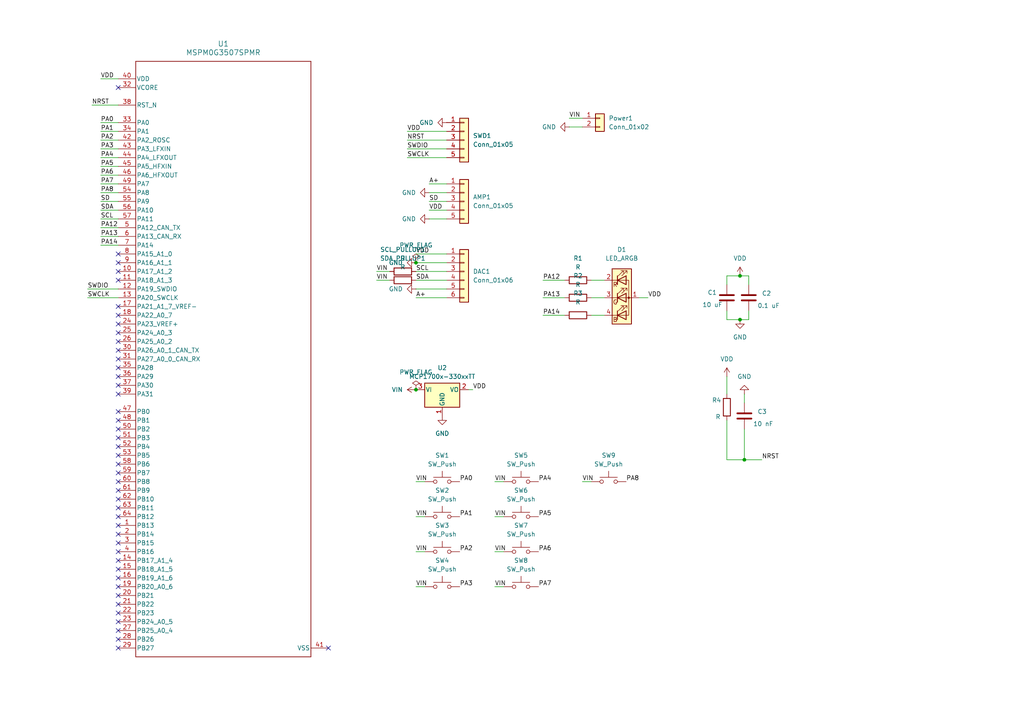
<source format=kicad_sch>
(kicad_sch (version 20231120) (generator "eeschema") (generator_version "8.0")
  (paper "A4")
  (lib_symbols
    (symbol "Connector_Generic:Conn_01x02" (pin_names (offset 1.016) hide)
      (property "Reference" "J" (at 0 2.54 0))
      (property "Value" "Conn_01x02" (at 0 -5.08 0))
      (symbol "Conn_01x02_1_1"
        (rectangle (start -1.27 -2.413) (end 0 -2.667) (stroke (width 0.1524)))
        (rectangle (start -1.27 0.127) (end 0 -0.127) (stroke (width 0.1524)))
        (rectangle (start -1.27 1.27) (end 1.27 -3.81) (stroke (width 0.254)) (fill (type background)))
        (pin passive line (at -5.08 0 0) (length 3.81) (name "Pin_1") (number "1"))
        (pin passive line (at -5.08 -2.54 0) (length 3.81) (name "Pin_2") (number "2"))
      )
    )
    (symbol "Connector_Generic:Conn_01x05" (pin_names (offset 1.016) hide)
      (property "Reference" "J" (at 0 7.62 0))
      (property "Value" "Conn_01x05" (at 0 -7.62 0))
      (symbol "Conn_01x05_1_1"
        (rectangle (start -1.27 -4.953) (end 0 -5.207) (stroke (width 0.1524)))
        (rectangle (start -1.27 -2.413) (end 0 -2.667) (stroke (width 0.1524)))
        (rectangle (start -1.27 0.127) (end 0 -0.127) (stroke (width 0.1524)))
        (rectangle (start -1.27 2.667) (end 0 2.413) (stroke (width 0.1524)))
        (rectangle (start -1.27 5.207) (end 0 4.953) (stroke (width 0.1524)))
        (rectangle (start -1.27 6.35) (end 1.27 -6.35) (stroke (width 0.254)) (fill (type background)))
        (pin passive line (at -5.08 5.08 0) (length 3.81) (name "Pin_1") (number "1"))
        (pin passive line (at -5.08 2.54 0) (length 3.81) (name "Pin_2") (number "2"))
        (pin passive line (at -5.08 0 0) (length 3.81) (name "Pin_3") (number "3"))
        (pin passive line (at -5.08 -2.54 0) (length 3.81) (name "Pin_4") (number "4"))
        (pin passive line (at -5.08 -5.08 0) (length 3.81) (name "Pin_5") (number "5"))
      )
    )
    (symbol "Connector_Generic:Conn_01x06" (pin_names (offset 1.016) hide)
      (property "Reference" "J" (at 0 7.62 0))
      (property "Value" "Conn_01x06" (at 0 -10.16 0))
      (symbol "Conn_01x06_1_1"
        (rectangle (start -1.27 -7.493) (end 0 -7.747) (stroke (width 0.1524)))
        (rectangle (start -1.27 -4.953) (end 0 -5.207) (stroke (width 0.1524)))
        (rectangle (start -1.27 -2.413) (end 0 -2.667) (stroke (width 0.1524)))
        (rectangle (start -1.27 0.127) (end 0 -0.127) (stroke (width 0.1524)))
        (rectangle (start -1.27 2.667) (end 0 2.413) (stroke (width 0.1524)))
        (rectangle (start -1.27 5.207) (end 0 4.953) (stroke (width 0.1524)))
        (rectangle (start -1.27 6.35) (end 1.27 -8.89) (stroke (width 0.254)) (fill (type background)))
        (pin passive line (at -5.08 5.08 0) (length 3.81) (name "Pin_1") (number "1"))
        (pin passive line (at -5.08 2.54 0) (length 3.81) (name "Pin_2") (number "2"))
        (pin passive line (at -5.08 0 0) (length 3.81) (name "Pin_3") (number "3"))
        (pin passive line (at -5.08 -2.54 0) (length 3.81) (name "Pin_4") (number "4"))
        (pin passive line (at -5.08 -5.08 0) (length 3.81) (name "Pin_5") (number "5"))
        (pin passive line (at -5.08 -7.62 0) (length 3.81) (name "Pin_6") (number "6"))
      )
    )
    (symbol "Device:C" (pin_numbers hide) (pin_names (offset 0.254))
      (property "Reference" "C" (at 0.635 2.54 0))
      (property "Value" "C" (at 0.635 -2.54 0))
      (symbol "C_0_1"
        (polyline (pts (xy -2.032 -0.762) (xy 2.032 -0.762)) (stroke (width 0.508)))
        (polyline (pts (xy -2.032 0.762) (xy 2.032 0.762)) (stroke (width 0.508)))
      )
      (symbol "C_1_1"
        (pin passive line (at 0 3.81 270) (length 2.794) (name "~") (number "1"))
        (pin passive line (at 0 -3.81 90) (length 2.794) (name "~") (number "2"))
      )
    )
    (symbol "Device:LED_ARGB" (pin_names (offset 0) hide)
      (property "Reference" "D" (at 0 9.398 0))
      (property "Value" "LED_ARGB" (at 0 -8.89 0))
      (symbol "LED_ARGB_0_0"
        (text "B" (at -1.905 -6.35 0) (effects (font (size 1.27 1.27))))
        (text "G" (at -1.905 -1.27 0) (effects (font (size 1.27 1.27))))
        (text "R" (at -1.905 3.81 0) (effects (font (size 1.27 1.27))))
      )
      (symbol "LED_ARGB_0_1"
        (polyline (pts (xy -1.27 -5.08) (xy -2.54 -5.08)))
        (polyline (pts (xy -1.27 -5.08) (xy 1.27 -5.08)))
        (polyline (pts (xy -1.27 -3.81) (xy -1.27 -6.35)) (stroke (width 0.254)))
        (polyline (pts (xy -1.27 0) (xy -2.54 0)))
        (polyline (pts (xy -1.27 1.27) (xy -1.27 -1.27)) (stroke (width 0.254)))
        (polyline (pts (xy -1.27 5.08) (xy -2.54 5.08)))
        (polyline (pts (xy -1.27 5.08) (xy 1.27 5.08)))
        (polyline (pts (xy -1.27 6.35) (xy -1.27 3.81)) (stroke (width 0.254)))
        (polyline (pts (xy 1.27 0) (xy -1.27 0)))
        (polyline (pts (xy 1.27 0) (xy 2.54 0)))
        (polyline (pts (xy -1.27 1.27) (xy -1.27 -1.27) (xy -1.27 -1.27)))
        (polyline (pts (xy -1.27 6.35) (xy -1.27 3.81) (xy -1.27 3.81)))
        (polyline (pts (xy 1.27 -5.08) (xy 2.032 -5.08) (xy 2.032 5.08) (xy 1.27 5.08)))
        (polyline (pts (xy 1.27 -3.81) (xy 1.27 -6.35) (xy -1.27 -5.08) (xy 1.27 -3.81)) (stroke (width 0.254)))
        (polyline (pts (xy 1.27 1.27) (xy 1.27 -1.27) (xy -1.27 0) (xy 1.27 1.27)) (stroke (width 0.254)))
        (polyline (pts (xy 1.27 6.35) (xy 1.27 3.81) (xy -1.27 5.08) (xy 1.27 6.35)) (stroke (width 0.254)))
        (polyline (pts (xy -1.016 -3.81) (xy 0.508 -2.286) (xy -0.254 -2.286) (xy 0.508 -2.286) (xy 0.508 -3.048)))
        (polyline (pts (xy -1.016 1.27) (xy 0.508 2.794) (xy -0.254 2.794) (xy 0.508 2.794) (xy 0.508 2.032)))
        (polyline (pts (xy -1.016 6.35) (xy 0.508 7.874) (xy -0.254 7.874) (xy 0.508 7.874) (xy 0.508 7.112)))
        (polyline (pts (xy 0 -3.81) (xy 1.524 -2.286) (xy 0.762 -2.286) (xy 1.524 -2.286) (xy 1.524 -3.048)))
        (polyline (pts (xy 0 1.27) (xy 1.524 2.794) (xy 0.762 2.794) (xy 1.524 2.794) (xy 1.524 2.032)))
        (polyline (pts (xy 0 6.35) (xy 1.524 7.874) (xy 0.762 7.874) (xy 1.524 7.874) (xy 1.524 7.112)))
        (rectangle (start 1.27 -1.27) (end 1.27 1.27))
        (rectangle (start 1.27 1.27) (end 1.27 1.27))
        (rectangle (start 1.27 3.81) (end 1.27 6.35))
        (rectangle (start 1.27 6.35) (end 1.27 6.35))
        (circle (center 2.032 0) (radius 0.254) (fill (type outline)))
        (rectangle (start 2.794 8.382) (end -2.794 -7.62) (stroke (width 0.254)) (fill (type background)))
      )
      (symbol "LED_ARGB_1_1"
        (pin passive line (at 5.08 0 180) (length 2.54) (name "A") (number "1"))
        (pin passive line (at -5.08 5.08 0) (length 2.54) (name "RK") (number "2"))
        (pin passive line (at -5.08 0 0) (length 2.54) (name "GK") (number "3"))
        (pin passive line (at -5.08 -5.08 0) (length 2.54) (name "BK") (number "4"))
      )
    )
    (symbol "Device:R" (pin_numbers hide) (pin_names (offset 0))
      (property "Reference" "R" (at 2.032 0 90))
      (property "Value" "R" (at 0 0 90))
      (symbol "R_0_1"
        (rectangle (start -1.016 -2.54) (end 1.016 2.54) (stroke (width 0.254)))
      )
      (symbol "R_1_1"
        (pin passive line (at 0 3.81 270) (length 1.27) (name "~") (number "1"))
        (pin passive line (at 0 -3.81 90) (length 1.27) (name "~") (number "2"))
      )
    )
    (symbol "Regulator_Linear:MCP1700x-330xxTT" (pin_names (offset 0.254))
      (property "Reference" "U" (at -3.81 3.175 0))
      (property "Value" "MCP1700x-330xxTT" (at 0 3.175 0))
      (symbol "MCP1700x-330xxTT_0_1"
        (rectangle (start -5.08 1.905) (end 5.08 -5.08) (stroke (width 0.254)) (fill (type background)))
      )
      (symbol "MCP1700x-330xxTT_1_1"
        (pin power_in line (at 0 -7.62 90) (length 2.54) (name "GND") (number "1"))
        (pin power_out line (at 7.62 0 180) (length 2.54) (name "VO") (number "2"))
        (pin power_in line (at -7.62 0 0) (length 2.54) (name "VI") (number "3"))
      )
    )
    (symbol "Switch:SW_Push" (pin_numbers hide) (pin_names (offset 1.016) hide)
      (property "Reference" "SW" (at 1.27 2.54 0))
      (property "Value" "SW_Push" (at 0 -1.524 0))
      (symbol "SW_Push_0_1"
        (circle (center -2.032 0) (radius 0.508))
        (polyline (pts (xy 0 1.27) (xy 0 3.048)))
        (polyline (pts (xy 2.54 1.27) (xy -2.54 1.27)))
        (circle (center 2.032 0) (radius 0.508))
        (pin passive line (at -5.08 0 0) (length 2.54) (name "1") (number "1"))
        (pin passive line (at 5.08 0 180) (length 2.54) (name "2") (number "2"))
      )
    )
    (symbol "mspm0:MSPM0G3507SPMR" (pin_names (offset 0.254))
      (property "Reference" "U" (at 0 2.54 0))
      (property "Value" "MSPM0G3507SPMR" (at 0 0 0))
      (symbol "MSPM0G3507SPMR_0_1"
        (polyline (pts (xy 5.08 -167.64) (xy 55.88 -167.64)) (stroke (width 0.2032)))
        (polyline (pts (xy 5.08 5.08) (xy 5.08 -167.64)) (stroke (width 0.2032)))
        (polyline (pts (xy 55.88 -167.64) (xy 55.88 5.08)) (stroke (width 0.2032)))
        (polyline (pts (xy 55.88 5.08) (xy 5.08 5.08)) (stroke (width 0.2032)))
        (pin bidirectional line (at 0 -129.54 0) (length 5.08) (name "PB13") (number "1"))
        (pin bidirectional line (at 0 -55.88 0) (length 5.08) (name "PA17_A1_2") (number "10"))
        (pin bidirectional line (at 0 -58.42 0) (length 5.08) (name "PA18_A1_3") (number "11"))
        (pin bidirectional line (at 0 -60.96 0) (length 5.08) (name "PA19_SWDIO") (number "12"))
        (pin bidirectional line (at 0 -63.5 0) (length 5.08) (name "PA20_SWCLK") (number "13"))
        (pin bidirectional line (at 0 -139.7 0) (length 5.08) (name "PB17_A1_4") (number "14"))
        (pin bidirectional line (at 0 -142.24 0) (length 5.08) (name "PB18_A1_5") (number "15"))
        (pin bidirectional line (at 0 -144.78 0) (length 5.08) (name "PB19_A1_6") (number "16"))
        (pin bidirectional line (at 0 -66.04 0) (length 5.08) (name "PA21_A1_7_VREF-") (number "17"))
        (pin bidirectional line (at 0 -68.58 0) (length 5.08) (name "PA22_A0_7") (number "18"))
        (pin bidirectional line (at 0 -147.32 0) (length 5.08) (name "PB20_A0_6") (number "19"))
        (pin bidirectional line (at 0 -132.08 0) (length 5.08) (name "PB14") (number "2"))
        (pin bidirectional line (at 0 -149.86 0) (length 5.08) (name "PB21") (number "20"))
        (pin bidirectional line (at 0 -152.4 0) (length 5.08) (name "PB22") (number "21"))
        (pin bidirectional line (at 0 -154.94 0) (length 5.08) (name "PB23") (number "22"))
        (pin bidirectional line (at 0 -157.48 0) (length 5.08) (name "PB24_A0_5") (number "23"))
        (pin bidirectional line (at 0 -71.12 0) (length 5.08) (name "PA23_VREF+") (number "24"))
        (pin bidirectional line (at 0 -73.66 0) (length 5.08) (name "PA24_A0_3") (number "25"))
        (pin bidirectional line (at 0 -76.2 0) (length 5.08) (name "PA25_A0_2") (number "26"))
        (pin bidirectional line (at 0 -160.02 0) (length 5.08) (name "PB25_A0_4") (number "27"))
        (pin bidirectional line (at 0 -162.56 0) (length 5.08) (name "PB26") (number "28"))
        (pin bidirectional line (at 0 -165.1 0) (length 5.08) (name "PB27") (number "29"))
        (pin bidirectional line (at 0 -134.62 0) (length 5.08) (name "PB15") (number "3"))
        (pin bidirectional line (at 0 -78.74 0) (length 5.08) (name "PA26_A0_1_CAN_TX") (number "30"))
        (pin bidirectional line (at 0 -81.28 0) (length 5.08) (name "PA27_A0_0_CAN_RX") (number "31"))
        (pin power_in line (at 0 -2.54 0) (length 5.08) (name "VCORE") (number "32"))
        (pin bidirectional line (at 0 -12.7 0) (length 5.08) (name "PA0") (number "33"))
        (pin bidirectional line (at 0 -15.24 0) (length 5.08) (name "PA1") (number "34"))
        (pin bidirectional line (at 0 -83.82 0) (length 5.08) (name "PA28") (number "35"))
        (pin bidirectional line (at 0 -86.36 0) (length 5.08) (name "PA29") (number "36"))
        (pin bidirectional line (at 0 -88.9 0) (length 5.08) (name "PA30") (number "37"))
        (pin input line (at 0 -7.62 0) (length 5.08) (name "RST_N") (number "38"))
        (pin bidirectional line (at 0 -91.44 0) (length 5.08) (name "PA31") (number "39"))
        (pin bidirectional line (at 0 -137.16 0) (length 5.08) (name "PB16") (number "4"))
        (pin power_in line (at 0 0 0) (length 5.08) (name "VDD") (number "40"))
        (pin power_in line (at 60.96 -165.1 180) (length 5.08) (name "VSS") (number "41"))
        (pin bidirectional line (at 0 -17.78 0) (length 5.08) (name "PA2_ROSC") (number "42"))
        (pin bidirectional line (at 0 -20.32 0) (length 5.08) (name "PA3_LFXIN") (number "43"))
        (pin bidirectional line (at 0 -22.86 0) (length 5.08) (name "PA4_LFXOUT") (number "44"))
        (pin bidirectional line (at 0 -25.4 0) (length 5.08) (name "PA5_HFXIN") (number "45"))
        (pin bidirectional line (at 0 -27.94 0) (length 5.08) (name "PA6_HFXOUT") (number "46"))
        (pin bidirectional line (at 0 -96.52 0) (length 5.08) (name "PB0") (number "47"))
        (pin bidirectional line (at 0 -99.06 0) (length 5.08) (name "PB1") (number "48"))
        (pin bidirectional line (at 0 -30.48 0) (length 5.08) (name "PA7") (number "49"))
        (pin bidirectional line (at 0 -43.18 0) (length 5.08) (name "PA12_CAN_TX") (number "5"))
        (pin bidirectional line (at 0 -101.6 0) (length 5.08) (name "PB2") (number "50"))
        (pin bidirectional line (at 0 -104.14 0) (length 5.08) (name "PB3") (number "51"))
        (pin bidirectional line (at 0 -106.68 0) (length 5.08) (name "PB4") (number "52"))
        (pin bidirectional line (at 0 -109.22 0) (length 5.08) (name "PB5") (number "53"))
        (pin bidirectional line (at 0 -33.02 0) (length 5.08) (name "PA8") (number "54"))
        (pin bidirectional line (at 0 -35.56 0) (length 5.08) (name "PA9") (number "55"))
        (pin bidirectional line (at 0 -38.1 0) (length 5.08) (name "PA10") (number "56"))
        (pin bidirectional line (at 0 -40.64 0) (length 5.08) (name "PA11") (number "57"))
        (pin bidirectional line (at 0 -111.76 0) (length 5.08) (name "PB6") (number "58"))
        (pin bidirectional line (at 0 -114.3 0) (length 5.08) (name "PB7") (number "59"))
        (pin bidirectional line (at 0 -45.72 0) (length 5.08) (name "PA13_CAN_RX") (number "6"))
        (pin bidirectional line (at 0 -116.84 0) (length 5.08) (name "PB8") (number "60"))
        (pin bidirectional line (at 0 -119.38 0) (length 5.08) (name "PB9") (number "61"))
        (pin bidirectional line (at 0 -121.92 0) (length 5.08) (name "PB10") (number "62"))
        (pin bidirectional line (at 0 -124.46 0) (length 5.08) (name "PB11") (number "63"))
        (pin bidirectional line (at 0 -127 0) (length 5.08) (name "PB12") (number "64"))
        (pin bidirectional line (at 0 -48.26 0) (length 5.08) (name "PA14") (number "7"))
        (pin bidirectional line (at 0 -50.8 0) (length 5.08) (name "PA15_A1_0") (number "8"))
        (pin bidirectional line (at 0 -53.34 0) (length 5.08) (name "PA16_A1_1") (number "9"))
      )
    )
    (symbol "power:GND" (power) (pin_numbers hide) (pin_names (offset 0) hide)
      (property "Value" "GND" (at 0 -3.81 0))
      (symbol "GND_0_1"
        (polyline (pts (xy 0 0) (xy 0 -1.27) (xy 1.27 -1.27) (xy 0 -2.54) (xy -1.27 -1.27) (xy 0 -1.27)))
      )
      (symbol "GND_1_1"
        (pin power_in line (at 0 0 270) (length 0) (name "~") (number "1"))
      )
    )
    (symbol "power:PWR_FLAG" (power) (pin_numbers hide) (pin_names (offset 0) hide)
      (property "Value" "PWR_FLAG" (at 0 3.81 0))
      (symbol "PWR_FLAG_0_0"
        (pin power_out line (at 0 0 90) (length 0) (name "~") (number "1"))
      )
      (symbol "PWR_FLAG_0_1"
        (polyline (pts (xy 0 0) (xy 0 1.27) (xy -1.016 1.905) (xy 0 2.54) (xy 1.016 1.905) (xy 0 1.27)))
      )
    )
    (symbol "power:VCC" (power) (pin_numbers hide) (pin_names (offset 0) hide)
      (property "Value" "VCC" (at 0 3.556 0))
      (symbol "VCC_0_1"
        (polyline (pts (xy -0.762 1.27) (xy 0 2.54)))
        (polyline (pts (xy 0 0) (xy 0 2.54)))
        (polyline (pts (xy 0 2.54) (xy 0.762 1.27)))
      )
      (symbol "VCC_1_1"
        (pin power_in line (at 0 0 90) (length 0) (name "~") (number "1"))
      )
    )
  )
  (junction (at 214.63 92.71))
  (junction (at 120.65 76.2))
  (junction (at 214.63 80.01))
  (junction (at 215.9 133.35))
  (junction (at 120.65 113.03))
  (no_connect (at 34.29 139.7))
  (no_connect (at 34.29 101.6))
  (no_connect (at 34.29 142.24))
  (no_connect (at 34.29 88.9))
  (no_connect (at 34.29 119.38))
  (no_connect (at 34.29 177.8))
  (no_connect (at 34.29 73.66))
  (no_connect (at 34.29 25.4))
  (no_connect (at 34.29 152.4))
  (no_connect (at 34.29 137.16))
  (no_connect (at 34.29 175.26))
  (no_connect (at 34.29 132.08))
  (no_connect (at 34.29 157.48))
  (no_connect (at 34.29 170.18))
  (no_connect (at 34.29 165.1))
  (no_connect (at 34.29 96.52))
  (no_connect (at 34.29 111.76))
  (no_connect (at 34.29 182.88))
  (no_connect (at 34.29 99.06))
  (no_connect (at 34.29 162.56))
  (no_connect (at 34.29 91.44))
  (no_connect (at 34.29 81.28))
  (no_connect (at 34.29 172.72))
  (no_connect (at 34.29 185.42))
  (no_connect (at 34.29 149.86))
  (no_connect (at 34.29 93.98))
  (no_connect (at 34.29 129.54))
  (no_connect (at 34.29 106.68))
  (no_connect (at 34.29 134.62))
  (no_connect (at 34.29 104.14))
  (no_connect (at 34.29 76.2))
  (no_connect (at 34.29 114.3))
  (no_connect (at 34.29 144.78))
  (no_connect (at 34.29 167.64))
  (no_connect (at 34.29 124.46))
  (no_connect (at 34.29 180.34))
  (no_connect (at 34.29 78.74))
  (no_connect (at 34.29 109.22))
  (no_connect (at 34.29 127))
  (no_connect (at 34.29 160.02))
  (no_connect (at 95.25 187.96))
  (no_connect (at 34.29 187.96))
  (no_connect (at 34.29 154.94))
  (no_connect (at 34.29 147.32))
  (no_connect (at 34.29 121.92))
  (wire (pts (xy 25.4 83.82) (xy 34.29 83.82)))
  (wire (pts (xy 29.21 55.88) (xy 34.29 55.88)))
  (wire (pts (xy 210.82 90.17) (xy 210.82 92.71)))
  (wire (pts (xy 168.91 139.7) (xy 171.45 139.7)))
  (wire (pts (xy 120.65 73.66) (xy 129.54 73.66)))
  (wire (pts (xy 120.65 83.82) (xy 129.54 83.82)))
  (wire (pts (xy 120.65 86.36) (xy 129.54 86.36)))
  (wire (pts (xy 29.21 48.26) (xy 34.29 48.26)))
  (wire (pts (xy 118.11 45.72) (xy 129.54 45.72)))
  (wire (pts (xy 29.21 22.86) (xy 34.29 22.86)))
  (wire (pts (xy 165.1 36.83) (xy 168.91 36.83)))
  (wire (pts (xy 210.82 121.92) (xy 210.82 133.35)))
  (wire (pts (xy 120.65 160.02) (xy 123.19 160.02)))
  (wire (pts (xy 124.46 63.5) (xy 129.54 63.5)))
  (wire (pts (xy 171.45 81.28) (xy 175.26 81.28)))
  (wire (pts (xy 157.48 81.28) (xy 163.83 81.28)))
  (wire (pts (xy 29.21 68.58) (xy 34.29 68.58)))
  (wire (pts (xy 29.21 50.8) (xy 34.29 50.8)))
  (wire (pts (xy 29.21 43.18) (xy 34.29 43.18)))
  (wire (pts (xy 187.96 86.36) (xy 185.42 86.36)))
  (wire (pts (xy 210.82 80.01) (xy 214.63 80.01)))
  (wire (pts (xy 29.21 60.96) (xy 34.29 60.96)))
  (wire (pts (xy 120.65 76.2) (xy 129.54 76.2)))
  (wire (pts (xy 210.82 92.71) (xy 214.63 92.71)))
  (wire (pts (xy 215.9 133.35) (xy 220.98 133.35)))
  (wire (pts (xy 109.22 81.28) (xy 113.03 81.28)))
  (wire (pts (xy 137.16 113.03) (xy 135.89 113.03)))
  (wire (pts (xy 118.11 43.18) (xy 129.54 43.18)))
  (wire (pts (xy 214.63 80.01) (xy 217.17 80.01)))
  (wire (pts (xy 29.21 38.1) (xy 34.29 38.1)))
  (wire (pts (xy 214.63 92.71) (xy 217.17 92.71)))
  (wire (pts (xy 143.51 170.18) (xy 146.05 170.18)))
  (wire (pts (xy 157.48 86.36) (xy 163.83 86.36)))
  (wire (pts (xy 124.46 53.34) (xy 129.54 53.34)))
  (wire (pts (xy 120.65 170.18) (xy 123.19 170.18)))
  (wire (pts (xy 120.65 81.28) (xy 129.54 81.28)))
  (wire (pts (xy 210.82 80.01) (xy 210.82 82.55)))
  (wire (pts (xy 124.46 60.96) (xy 129.54 60.96)))
  (wire (pts (xy 171.45 91.44) (xy 175.26 91.44)))
  (wire (pts (xy 29.21 63.5) (xy 34.29 63.5)))
  (wire (pts (xy 157.48 91.44) (xy 163.83 91.44)))
  (wire (pts (xy 29.21 58.42) (xy 34.29 58.42)))
  (wire (pts (xy 29.21 71.12) (xy 34.29 71.12)))
  (wire (pts (xy 26.67 30.48) (xy 34.29 30.48)))
  (wire (pts (xy 165.1 34.29) (xy 168.91 34.29)))
  (wire (pts (xy 29.21 66.04) (xy 34.29 66.04)))
  (wire (pts (xy 143.51 139.7) (xy 146.05 139.7)))
  (wire (pts (xy 171.45 86.36) (xy 175.26 86.36)))
  (wire (pts (xy 29.21 40.64) (xy 34.29 40.64)))
  (wire (pts (xy 124.46 58.42) (xy 129.54 58.42)))
  (wire (pts (xy 29.21 35.56) (xy 34.29 35.56)))
  (wire (pts (xy 120.65 139.7) (xy 123.19 139.7)))
  (wire (pts (xy 118.11 38.1) (xy 129.54 38.1)))
  (wire (pts (xy 120.65 78.74) (xy 129.54 78.74)))
  (wire (pts (xy 109.22 78.74) (xy 113.03 78.74)))
  (wire (pts (xy 215.9 116.84) (xy 215.9 114.3)))
  (wire (pts (xy 210.82 133.35) (xy 215.9 133.35)))
  (wire (pts (xy 210.82 109.22) (xy 210.82 114.3)))
  (wire (pts (xy 143.51 149.86) (xy 146.05 149.86)))
  (wire (pts (xy 217.17 90.17) (xy 217.17 92.71)))
  (wire (pts (xy 29.21 45.72) (xy 34.29 45.72)))
  (wire (pts (xy 217.17 80.01) (xy 217.17 82.55)))
  (wire (pts (xy 120.65 149.86) (xy 123.19 149.86)))
  (wire (pts (xy 215.9 124.46) (xy 215.9 133.35)))
  (wire (pts (xy 118.11 40.64) (xy 129.54 40.64)))
  (wire (pts (xy 124.46 55.88) (xy 129.54 55.88)))
  (wire (pts (xy 143.51 160.02) (xy 146.05 160.02)))
  (wire (pts (xy 25.4 86.36) (xy 34.29 86.36)))
  (wire (pts (xy 29.21 53.34) (xy 34.29 53.34)))
  (label "SCL" (at 29.21 63.5 0))
  (label "VIN" (at 168.91 139.7 0))
  (label "VIN" (at 109.22 81.28 0))
  (label "VDD" (at 124.46 60.96 0))
  (label "PA14" (at 157.48 91.44 0))
  (label "VDD" (at 118.11 38.1 0))
  (label "SD" (at 124.46 58.42 0))
  (label "PA12" (at 157.48 81.28 0))
  (label "PA6" (at 29.21 50.8 0))
  (label "SDA" (at 120.65 81.28 0))
  (label "VIN" (at 143.51 160.02 0))
  (label "VDD" (at 187.96 86.36 0))
  (label "VIN" (at 143.51 149.86 0))
  (label "VIN" (at 143.51 139.7 0))
  (label "SDA" (at 29.21 60.96 0))
  (label "PA3" (at 29.21 43.18 0))
  (label "VDD" (at 137.16 113.03 0))
  (label "PA4" (at 29.21 45.72 0))
  (label "SWCLK" (at 25.4 86.36 0))
  (label "PA8" (at 181.61 139.7 0))
  (label "VIN" (at 120.65 149.86 0))
  (label "PA8" (at 29.21 55.88 0))
  (label "SWDIO" (at 118.11 43.18 0))
  (label "PA7" (at 156.21 170.18 0))
  (label "PA2" (at 29.21 40.64 0))
  (label "SWDIO" (at 25.4 83.82 0))
  (label "PA0" (at 133.35 139.7 0))
  (label "SD" (at 29.21 58.42 0))
  (label "PA5" (at 156.21 149.86 0))
  (label "A+" (at 120.65 86.36 0))
  (label "NRST" (at 220.98 133.35 0))
  (label "PA6" (at 156.21 160.02 0))
  (label "VIN" (at 120.65 170.18 0))
  (label "VIN" (at 165.1 34.29 0))
  (label "SCL" (at 120.65 78.74 0))
  (label "VIN" (at 120.65 139.7 0))
  (label "PA0" (at 29.21 35.56 0))
  (label "PA3" (at 133.35 170.18 0))
  (label "NRST" (at 26.67 30.48 0))
  (label "SWCLK" (at 118.11 45.72 0))
  (label "VDD" (at 120.65 73.66 0))
  (label "PA12" (at 29.21 66.04 0))
  (label "PA4" (at 156.21 139.7 0))
  (label "PA13" (at 29.21 68.58 0))
  (label "PA13" (at 157.48 86.36 0))
  (label "VIN" (at 120.65 160.02 0))
  (label "PA2" (at 133.35 160.02 0))
  (label "VDD" (at 29.21 22.86 0))
  (label "PA1" (at 133.35 149.86 0))
  (label "A+" (at 124.46 53.34 0))
  (label "VIN" (at 143.51 170.18 0))
  (label "VIN" (at 109.22 78.74 0))
  (label "PA1" (at 29.21 38.1 0))
  (label "PA14" (at 29.21 71.12 0))
  (label "NRST" (at 118.11 40.64 0))
  (label "PA7" (at 29.21 53.34 0))
  (label "PA5" (at 29.21 48.26 0))
  (symbol (lib_id "power:GND") (at 124.46 63.5 270) (unit 1)
    (property "Reference" "#PWR06" (effects (hide yes)))
    (property "Value" "GND" (at 120.65 63.4999 90) (effects (justify right)))
    (property "Description" "Power symbol creates a global label with name \"GND\" , ground" (effects (hide yes)))
  )
  (symbol (lib_id "power:PWR_FLAG") (at 120.65 76.2 0) (unit 1)
    (property "Reference" "#FLG01" (effects (hide yes)))
    (property "Value" "PWR_FLAG" (at 120.65 71.12 0))
    (property "Description" "Special symbol for telling ERC where power comes from" (effects (hide yes)))
  )
  (symbol (lib_id "Switch:SW_Push") (at 176.53 139.7 0) (unit 1)
    (property "Reference" "SW9" (at 176.53 132.08 0))
    (property "Value" "SW_Push" (at 176.53 134.62 0))
    (property "Footprint" "Button_Switch_THT:SW_PUSH_6mm_H5mm" (effects (hide yes)))
    (property "Description" "Push button switch, generic, two pins" (effects (hide yes)))
  )
  (symbol (lib_id "Device:C") (at 217.17 86.36 0) (unit 1)
    (property "Reference" "C2" (at 220.98 85.0899 0) (effects (justify left)))
    (property "Value" "0.1 uF" (at 219.71 88.646 0) (effects (justify left)))
    (property "Footprint" "Capacitor_SMD:C_0805_2012Metric_Pad1.18x1.45mm_HandSolder" (effects (hide yes)))
    (property "Description" "Unpolarized capacitor" (effects (hide yes)))
  )
  (symbol (lib_id "power:VCC") (at 210.82 109.22 0) (unit 1)
    (property "Reference" "#PWR010" (effects (hide yes)))
    (property "Value" "VDD" (at 210.82 104.14 0))
    (property "Description" "Power symbol creates a global label with name \"VCC\"" (effects (hide yes)))
  )
  (symbol (lib_id "power:GND") (at 214.63 92.71 0) (unit 1)
    (property "Reference" "#PWR09" (effects (hide yes)))
    (property "Value" "GND" (at 214.63 97.79 0))
    (property "Description" "Power symbol creates a global label with name \"GND\" , ground" (effects (hide yes)))
  )
  (symbol (lib_id "Connector_Generic:Conn_01x06") (at 134.62 78.74 0) (unit 1)
    (property "Reference" "DAC1" (at 137.16 78.7399 0) (effects (justify left)))
    (property "Value" "Conn_01x06" (at 137.16 81.2799 0) (effects (justify left)))
    (property "Footprint" "Connector_PinHeader_2.54mm:PinHeader_1x06_P2.54mm_Horizontal" (effects (hide yes)))
    (property "Description" "Generic connector, single row, 01x06, script generated (kicad-library-utils/schlib/autogen/connector/)" (effects (hide yes)))
  )
  (symbol (lib_id "Device:R") (at 210.82 118.11 0) (unit 1)
    (property "Reference" "R4" (at 206.502 116.078 0) (effects (justify left)))
    (property "Value" "R" (at 207.518 120.904 0) (effects (justify left)))
    (property "Footprint" "Resistor_SMD:R_0805_2012Metric_Pad1.20x1.40mm_HandSolder" (effects (hide yes)))
    (property "Description" "Resistor" (effects (hide yes)))
  )
  (symbol (lib_id "Device:R") (at 167.64 86.36 270) (unit 1)
    (property "Reference" "R2" (at 167.64 80.01 90))
    (property "Value" "R" (at 167.64 82.55 90))
    (property "Footprint" "Resistor_SMD:R_0805_2012Metric_Pad1.20x1.40mm_HandSolder" (effects (hide yes)))
    (property "Description" "Resistor" (effects (hide yes)))
  )
  (symbol (lib_id "Switch:SW_Push") (at 151.13 170.18 0) (unit 1)
    (property "Reference" "SW8" (at 151.13 162.56 0))
    (property "Value" "SW_Push" (at 151.13 165.1 0))
    (property "Footprint" "Button_Switch_THT:SW_PUSH_6mm_H5mm" (effects (hide yes)))
    (property "Description" "Push button switch, generic, two pins" (effects (hide yes)))
  )
  (symbol (lib_id "Connector_Generic:Conn_01x02") (at 173.99 34.29 0) (unit 1)
    (property "Reference" "Power1" (at 176.53 34.2899 0) (effects (justify left)))
    (property "Value" "Conn_01x02" (at 176.53 36.8299 0) (effects (justify left)))
    (property "Footprint" "Connector_PinHeader_2.54mm:PinHeader_1x02_P2.54mm_Horizontal" (effects (hide yes)))
    (property "Description" "Generic connector, single row, 01x02, script generated (kicad-library-utils/schlib/autogen/connector/)" (effects (hide yes)))
  )
  (symbol (lib_id "power:GND") (at 129.54 35.56 270) (unit 1)
    (property "Reference" "#PWR07" (effects (hide yes)))
    (property "Value" "GND" (at 125.73 35.5599 90) (effects (justify right)))
    (property "Description" "Power symbol creates a global label with name \"GND\" , ground" (effects (hide yes)))
  )
  (symbol (lib_id "Switch:SW_Push") (at 128.27 170.18 0) (unit 1)
    (property "Reference" "SW4" (at 128.27 162.56 0))
    (property "Value" "SW_Push" (at 128.27 165.1 0))
    (property "Footprint" "Button_Switch_THT:SW_PUSH_6mm_H5mm" (effects (hide yes)))
    (property "Description" "Push button switch, generic, two pins" (effects (hide yes)))
  )
  (symbol (lib_id "power:GND") (at 120.65 83.82 270) (unit 1)
    (property "Reference" "#PWR05" (effects (hide yes)))
    (property "Value" "GND" (at 116.84 83.8199 90) (effects (justify right)))
    (property "Description" "Power symbol creates a global label with name \"GND\" , ground" (effects (hide yes)))
  )
  (symbol (lib_id "Switch:SW_Push") (at 151.13 139.7 0) (unit 1)
    (property "Reference" "SW5" (at 151.13 132.08 0))
    (property "Value" "SW_Push" (at 151.13 134.62 0))
    (property "Footprint" "Button_Switch_THT:SW_PUSH_6mm_H5mm" (effects (hide yes)))
    (property "Description" "Push button switch, generic, two pins" (effects (hide yes)))
  )
  (symbol (lib_id "Device:R") (at 167.64 81.28 270) (unit 1)
    (property "Reference" "R1" (at 167.64 74.93 90))
    (property "Value" "R" (at 167.64 77.47 90))
    (property "Footprint" "Resistor_SMD:R_0805_2012Metric_Pad1.20x1.40mm_HandSolder" (effects (hide yes)))
    (property "Description" "Resistor" (effects (hide yes)))
  )
  (symbol (lib_id "Switch:SW_Push") (at 128.27 139.7 0) (unit 1)
    (property "Reference" "SW1" (at 128.27 132.08 0))
    (property "Value" "SW_Push" (at 128.27 134.62 0))
    (property "Footprint" "Button_Switch_THT:SW_PUSH_6mm_H5mm" (effects (hide yes)))
    (property "Description" "Push button switch, generic, two pins" (effects (hide yes)))
  )
  (symbol (lib_id "power:GND") (at 120.65 76.2 270) (unit 1)
    (property "Reference" "#PWR01" (effects (hide yes)))
    (property "Value" "GND" (at 116.84 76.1999 90) (effects (justify right)))
    (property "Description" "Power symbol creates a global label with name \"GND\" , ground" (effects (hide yes)))
  )
  (symbol (lib_id "Regulator_Linear:MCP1700x-330xxTT") (at 128.27 113.03 0) (unit 1)
    (property "Reference" "U2" (at 128.27 106.68 0))
    (property "Value" "MCP1700x-330xxTT" (at 128.27 109.22 0))
    (property "Footprint" "Package_TO_SOT_SMD:SOT-23" (effects (hide yes)))
    (property "Datasheet" "http://ww1.microchip.com/downloads/en/DeviceDoc/20001826D.pdf" (effects (hide yes)))
    (property "Description" "250mA Low Quiscent Current LDO, 3.3V output, SOT-23" (effects (hide yes)))
  )
  (symbol (lib_id "power:PWR_FLAG") (at 120.65 113.03 0) (unit 1)
    (property "Reference" "#FLG02" (effects (hide yes)))
    (property "Value" "PWR_FLAG" (at 120.65 107.95 0))
    (property "Description" "Special symbol for telling ERC where power comes from" (effects (hide yes)))
  )
  (symbol (lib_id "power:GND") (at 215.9 114.3 180) (unit 1)
    (property "Reference" "#PWR011" (effects (hide yes)))
    (property "Value" "GND" (at 215.9 109.22 0))
    (property "Description" "Power symbol creates a global label with name \"GND\" , ground" (effects (hide yes)))
  )
  (symbol (lib_id "Switch:SW_Push") (at 128.27 160.02 0) (unit 1)
    (property "Reference" "SW3" (at 128.27 152.4 0))
    (property "Value" "SW_Push" (at 128.27 154.94 0))
    (property "Footprint" "Button_Switch_THT:SW_PUSH_6mm_H5mm" (effects (hide yes)))
    (property "Description" "Push button switch, generic, two pins" (effects (hide yes)))
  )
  (symbol (lib_id "Device:LED_ARGB") (at 180.34 86.36 0) (unit 1)
    (property "Reference" "D1" (at 180.34 72.39 0))
    (property "Value" "LED_ARGB" (at 180.34 74.93 0))
    (property "Footprint" "LED_SMD:LED_RGB_1210" (effects (hide yes)))
    (property "Description" "RGB LED, anode/red/green/blue" (effects (hide yes)))
  )
  (symbol (lib_id "power:GND") (at 165.1 36.83 270) (unit 1)
    (property "Reference" "#PWR012" (effects (hide yes)))
    (property "Value" "GND" (at 161.29 36.8299 90) (effects (justify right)))
    (property "Description" "Power symbol creates a global label with name \"GND\" , ground" (effects (hide yes)))
  )
  (symbol (lib_id "mspm0:MSPM0G3507SPMR") (at 34.29 22.86 0) (unit 1)
    (property "Reference" "U1" (at 64.77 12.7 0) (effects (font (size 1.524 1.524))))
    (property "Value" "MSPM0G3507SPMR" (at 64.77 15.24 0) (effects (font (size 1.524 1.524))))
    (property "Footprint" "mspm0footprints:PM0064A-IPC_A" (effects (hide yes)))
    (property "Datasheet" "MSPM0G3507SPMR" (effects (hide yes)))
  )
  (symbol (lib_id "Connector_Generic:Conn_01x05") (at 134.62 58.42 0) (unit 1)
    (property "Reference" "AMP1" (at 137.16 57.1499 0) (effects (justify left)))
    (property "Value" "Conn_01x05" (at 137.16 59.6899 0) (effects (justify left)))
    (property "Footprint" "Connector_PinHeader_2.54mm:PinHeader_1x05_P2.54mm_Horizontal" (effects (hide yes)))
    (property "Description" "Generic connector, single row, 01x05, script generated (kicad-library-utils/schlib/autogen/connector/)" (effects (hide yes)))
  )
  (symbol (lib_id "Switch:SW_Push") (at 128.27 149.86 0) (unit 1)
    (property "Reference" "SW2" (at 128.27 142.24 0))
    (property "Value" "SW_Push" (at 128.27 144.78 0))
    (property "Footprint" "Button_Switch_THT:SW_PUSH_6mm_H5mm" (effects (hide yes)))
    (property "Description" "Push button switch, generic, two pins" (effects (hide yes)))
  )
  (symbol (lib_id "Device:R") (at 116.84 81.28 270) (unit 1)
    (property "Reference" "SDA_PULLUP1" (at 116.84 74.93 90))
    (property "Value" "R" (at 116.84 77.47 90))
    (property "Footprint" "Resistor_SMD:R_0805_2012Metric_Pad1.20x1.40mm_HandSolder" (effects (hide yes)))
    (property "Description" "Resistor" (effects (hide yes)))
  )
  (symbol (lib_id "Device:C") (at 210.82 86.36 0) (unit 1)
    (property "Reference" "C1" (at 205.232 84.836 0) (effects (justify left)))
    (property "Value" "10 uF" (at 203.708 88.392 0) (effects (justify left)))
    (property "Footprint" "Capacitor_SMD:C_1210_3225Metric_Pad1.33x2.70mm_HandSolder" (effects (hide yes)))
    (property "Description" "Unpolarized capacitor" (effects (hide yes)))
  )
  (symbol (lib_id "power:VCC") (at 120.65 113.03 90) (unit 1)
    (property "Reference" "#PWR02" (effects (hide yes)))
    (property "Value" "VIN" (at 116.84 113.0299 90) (effects (justify left)))
    (property "Description" "Power symbol creates a global label with name \"VCC\"" (effects (hide yes)))
  )
  (symbol (lib_id "Device:R") (at 167.64 91.44 270) (unit 1)
    (property "Reference" "R3" (at 167.64 85.09 90))
    (property "Value" "R" (at 167.64 87.63 90))
    (property "Footprint" "Resistor_SMD:R_0805_2012Metric_Pad1.20x1.40mm_HandSolder" (effects (hide yes)))
    (property "Description" "Resistor" (effects (hide yes)))
  )
  (symbol (lib_id "Switch:SW_Push") (at 151.13 149.86 0) (unit 1)
    (property "Reference" "SW6" (at 151.13 142.24 0))
    (property "Value" "SW_Push" (at 151.13 144.78 0))
    (property "Footprint" "Button_Switch_THT:SW_PUSH_6mm_H5mm" (effects (hide yes)))
    (property "Description" "Push button switch, generic, two pins" (effects (hide yes)))
  )
  (symbol (lib_id "Device:C") (at 215.9 120.65 0) (unit 1)
    (property "Reference" "C3" (at 219.71 119.3799 0) (effects (justify left)))
    (property "Value" "10 nF" (at 218.44 122.936 0) (effects (justify left)))
    (property "Footprint" "Capacitor_SMD:C_0805_2012Metric_Pad1.18x1.45mm_HandSolder" (effects (hide yes)))
    (property "Description" "Unpolarized capacitor" (effects (hide yes)))
  )
  (symbol (lib_id "power:GND") (at 124.46 55.88 270) (unit 1)
    (property "Reference" "#PWR04" (effects (hide yes)))
    (property "Value" "GND" (at 120.65 55.8799 90) (effects (justify right)))
    (property "Description" "Power symbol creates a global label with name \"GND\" , ground" (effects (hide yes)))
  )
  (symbol (lib_id "power:VCC") (at 214.63 80.01 0) (unit 1)
    (property "Reference" "#PWR08" (effects (hide yes)))
    (property "Value" "VDD" (at 214.63 74.93 0))
    (property "Description" "Power symbol creates a global label with name \"VCC\"" (effects (hide yes)))
  )
  (symbol (lib_id "Switch:SW_Push") (at 151.13 160.02 0) (unit 1)
    (property "Reference" "SW7" (at 151.13 152.4 0))
    (property "Value" "SW_Push" (at 151.13 154.94 0))
    (property "Footprint" "Button_Switch_THT:SW_PUSH_6mm_H5mm" (effects (hide yes)))
    (property "Description" "Push button switch, generic, two pins" (effects (hide yes)))
  )
  (symbol (lib_id "Connector_Generic:Conn_01x05") (at 134.62 40.64 0) (unit 1)
    (property "Reference" "SWD1" (at 137.16 39.3699 0) (effects (justify left)))
    (property "Value" "Conn_01x05" (at 137.16 41.9099 0) (effects (justify left)))
    (property "Footprint" "Connector_PinHeader_2.54mm:PinHeader_1x05_P2.54mm_Horizontal" (effects (hide yes)))
    (property "Description" "Generic connector, single row, 01x05, script generated (kicad-library-utils/schlib/autogen/connector/)" (effects (hide yes)))
  )
  (symbol (lib_id "power:GND") (at 128.27 120.65 0) (unit 1)
    (property "Reference" "#PWR03" (effects (hide yes)))
    (property "Value" "GND" (at 128.27 125.73 0))
    (property "Description" "Power symbol creates a global label with name \"GND\" , ground" (effects (hide yes)))
  )
  (symbol (lib_id "Device:R") (at 116.84 78.74 270) (unit 1)
    (property "Reference" "SCL_PULLUP1" (at 116.84 72.39 90))
    (property "Value" "R" (at 116.84 74.93 90))
    (property "Footprint" "Resistor_SMD:R_0805_2012Metric_Pad1.20x1.40mm_HandSolder" (effects (hide yes)))
    (property "Description" "Resistor" (effects (hide yes)))
  )
)
</source>
